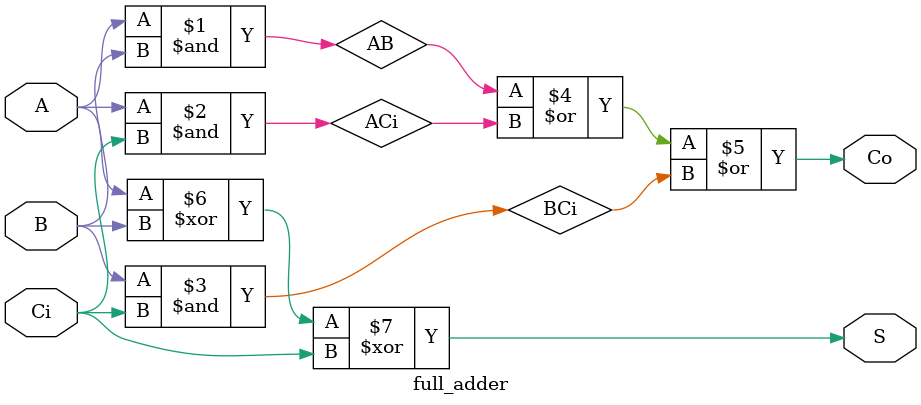
<source format=v>

module full_adder(A, B, Ci, Co, S);
input A, B, Ci;
output Co, S;

wire AB, ACi, BCi;

and (AB, A, B);
and (ACi, A, Ci);
and (BCi, B, Ci);
or (Co, AB, ACi, BCi);
xor (S, A, B, Ci);

endmodule
</source>
